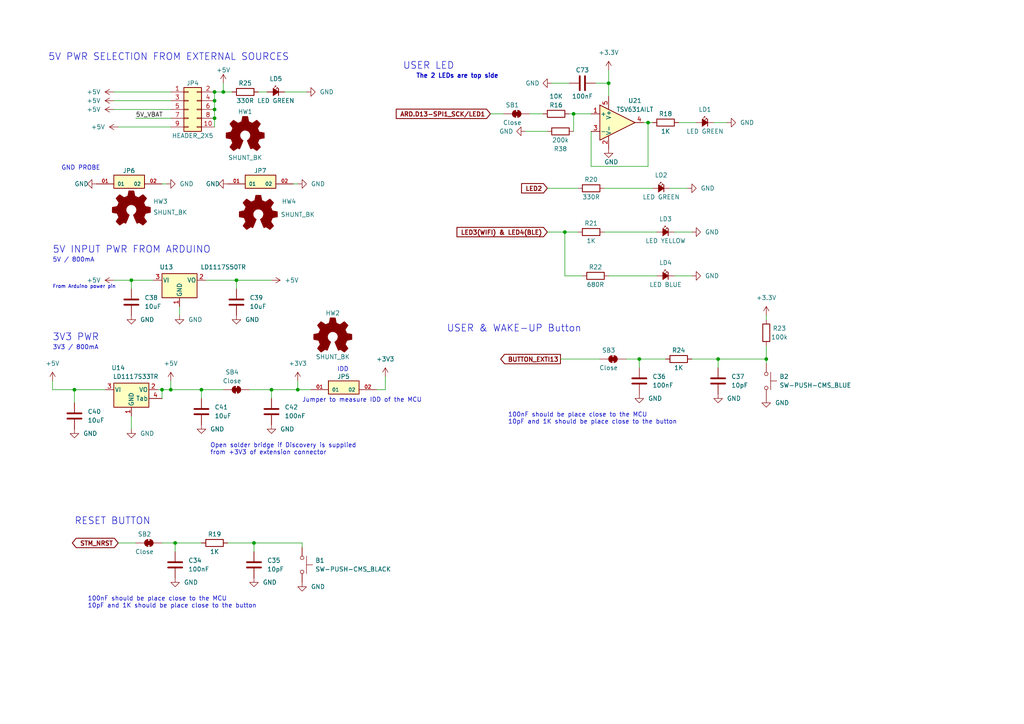
<source format=kicad_sch>
(kicad_sch (version 20211123) (generator eeschema)
  (paper "A4")
  (lib_symbols
    (symbol "+3V3_1" (power) (pin_names (offset 0))
      (property "Value" "+3V3_1" (at 0 5.08 0))
      (symbol "+3V3_1_0_1"
        (polyline (pts (xy -0.762 1.27) (xy 0 2.54)))
        (polyline (pts (xy 0 0) (xy 0 2.54)))
        (polyline (pts (xy 0 2.54) (xy 0.762 1.27)))
      )
      (symbol "+3V3_1_1_1"
        (pin power_in line (at 0 0 90) (length 0) hide (name "+3V3") (number "1"))
      )
    )
    (symbol "+5V_1" (power) (pin_names (offset 0))
      (property "Value" "+5V_1" (at -3.81 0.0001 90))
      (symbol "+5V_1_0_1"
        (polyline (pts (xy -0.762 1.27) (xy 0 2.54)))
        (polyline (pts (xy 0 0) (xy 0 2.54)))
        (polyline (pts (xy 0 2.54) (xy 0.762 1.27)))
      )
      (symbol "+5V_1_1_1"
        (pin power_in line (at 0 0 90) (length 0) hide (name "+5V") (number "1"))
      )
    )
    (symbol "+5V_2" (power) (pin_names (offset 0))
      (property "Value" "+5V_2" (at -3.81 0.0001 90))
      (symbol "+5V_2_0_1"
        (polyline (pts (xy -0.762 1.27) (xy 0 2.54)))
        (polyline (pts (xy 0 0) (xy 0 2.54)))
        (polyline (pts (xy 0 2.54) (xy 0.762 1.27)))
      )
      (symbol "+5V_2_1_1"
        (pin power_in line (at 0 0 90) (length 0) hide (name "+5V") (number "1"))
      )
    )
    (symbol "+5V_3" (power) (pin_names (offset 0))
      (property "Value" "+5V_3" (at -3.81 0.0001 90))
      (symbol "+5V_3_0_1"
        (polyline (pts (xy -0.762 1.27) (xy 0 2.54)))
        (polyline (pts (xy 0 0) (xy 0 2.54)))
        (polyline (pts (xy 0 2.54) (xy 0.762 1.27)))
      )
      (symbol "+5V_3_1_1"
        (pin power_in line (at 0 0 90) (length 0) hide (name "+5V") (number "1"))
      )
    )
    (symbol "+5V_4" (power) (pin_names (offset 0))
      (property "Value" "+5V_4" (at 0 3.556 0))
      (symbol "+5V_4_0_1"
        (polyline (pts (xy -0.762 1.27) (xy 0 2.54)))
        (polyline (pts (xy 0 0) (xy 0 2.54)))
        (polyline (pts (xy 0 2.54) (xy 0.762 1.27)))
      )
      (symbol "+5V_4_1_1"
        (pin power_in line (at 0 0 90) (length 0) hide (name "+5V") (number "1"))
      )
    )
    (symbol "+5V_5" (power) (pin_names (offset 0))
      (property "Value" "+5V_5" (at -3.81 0 90))
      (symbol "+5V_5_0_1"
        (polyline (pts (xy -0.762 1.27) (xy 0 2.54)))
        (polyline (pts (xy 0 0) (xy 0 2.54)))
        (polyline (pts (xy 0 2.54) (xy 0.762 1.27)))
      )
      (symbol "+5V_5_1_1"
        (pin power_in line (at 0 0 90) (length 0) hide (name "+5V") (number "1"))
      )
    )
    (symbol "+5V_6" (power) (pin_names (offset 0))
      (property "Value" "+5V_6" (at 0 3.556 0))
      (symbol "+5V_6_0_1"
        (polyline (pts (xy -0.762 1.27) (xy 0 2.54)))
        (polyline (pts (xy 0 0) (xy 0 2.54)))
        (polyline (pts (xy 0 2.54) (xy 0.762 1.27)))
      )
      (symbol "+5V_6_1_1"
        (pin power_in line (at 0 0 90) (length 0) hide (name "+5V") (number "1"))
      )
    )
    (symbol "+5V_7" (power) (pin_names (offset 0))
      (property "Value" "+5V_7" (at 0 5.08 0))
      (symbol "+5V_7_0_1"
        (polyline (pts (xy -0.762 1.27) (xy 0 2.54)))
        (polyline (pts (xy 0 0) (xy 0 2.54)))
        (polyline (pts (xy 0 2.54) (xy 0.762 1.27)))
      )
      (symbol "+5V_7_1_1"
        (pin power_in line (at 0 0 90) (length 0) hide (name "+5V") (number "1"))
      )
    )
    (symbol "Amplifier_Operational:LMV601" (pin_names (offset 0.127))
      (property "Reference" "U21" (at 11.43 4.699 0))
      (property "Value" "TSV631AILT" (at 12.7 2.54 0))
      (symbol "LMV601_0_1"
        (polyline (pts (xy -5.08 5.08) (xy 5.08 0) (xy -5.08 -5.08) (xy -5.08 5.08)) (stroke (width 0.254)) (fill (type background)))
      )
      (symbol "LMV601_1_1"
        (pin input line (at -7.62 2.54 0) (length 2.54) (name "+") (number "1"))
        (pin power_in line (at -2.54 -7.62 90) (length 3.81) (name "V-") (number "2"))
        (pin input line (at -7.62 -2.54 0) (length 2.54) (name "-") (number "3"))
        (pin output line (at 7.62 0 180) (length 2.54) (name "~") (number "4"))
        (pin power_in line (at -2.54 7.62 270) (length 3.81) (name "V+") (number "5"))
      )
    )
    (symbol "Connector_Generic:Conn_02x05_Odd_Even" (pin_names (offset 1.016) hide)
      (property "Reference" "J" (at 1.27 7.62 0))
      (property "Value" "Conn_02x05_Odd_Even" (at 1.27 -7.62 0))
      (symbol "Conn_02x05_Odd_Even_1_1"
        (rectangle (start -1.27 -4.953) (end 0 -5.207) (stroke (width 0.1524)))
        (rectangle (start -1.27 -2.413) (end 0 -2.667) (stroke (width 0.1524)))
        (rectangle (start -1.27 0.127) (end 0 -0.127) (stroke (width 0.1524)))
        (rectangle (start -1.27 2.667) (end 0 2.413) (stroke (width 0.1524)))
        (rectangle (start -1.27 5.207) (end 0 4.953) (stroke (width 0.1524)))
        (rectangle (start -1.27 6.35) (end 3.81 -6.35) (stroke (width 0.254)) (fill (type background)))
        (rectangle (start 3.81 -4.953) (end 2.54 -5.207) (stroke (width 0.1524)))
        (rectangle (start 3.81 -2.413) (end 2.54 -2.667) (stroke (width 0.1524)))
        (rectangle (start 3.81 0.127) (end 2.54 -0.127) (stroke (width 0.1524)))
        (rectangle (start 3.81 2.667) (end 2.54 2.413) (stroke (width 0.1524)))
        (rectangle (start 3.81 5.207) (end 2.54 4.953) (stroke (width 0.1524)))
        (pin passive line (at -5.08 5.08 0) (length 3.81) (name "Pin_1") (number "1"))
        (pin passive line (at 7.62 -5.08 180) (length 3.81) (name "Pin_10") (number "10"))
        (pin passive line (at 7.62 5.08 180) (length 3.81) (name "Pin_2") (number "2"))
        (pin passive line (at -5.08 2.54 0) (length 3.81) (name "Pin_3") (number "3"))
        (pin passive line (at 7.62 2.54 180) (length 3.81) (name "Pin_4") (number "4"))
        (pin passive line (at -5.08 0 0) (length 3.81) (name "Pin_5") (number "5"))
        (pin passive line (at 7.62 0 180) (length 3.81) (name "Pin_6") (number "6"))
        (pin passive line (at -5.08 -2.54 0) (length 3.81) (name "Pin_7") (number "7"))
        (pin passive line (at 7.62 -2.54 180) (length 3.81) (name "Pin_8") (number "8"))
        (pin passive line (at -5.08 -5.08 0) (length 3.81) (name "Pin_9") (number "9"))
      )
    )
    (symbol "Device:C" (pin_numbers hide) (pin_names (offset 0.254))
      (property "Reference" "C" (at 0.635 2.54 0))
      (property "Value" "C" (at 0.635 -2.54 0))
      (symbol "C_0_1"
        (polyline (pts (xy -2.032 -0.762) (xy 2.032 -0.762)) (stroke (width 0.508)))
        (polyline (pts (xy -2.032 0.762) (xy 2.032 0.762)) (stroke (width 0.508)))
      )
      (symbol "C_1_1"
        (pin passive line (at 0 3.81 270) (length 2.794) (name "~") (number "1"))
        (pin passive line (at 0 -3.81 90) (length 2.794) (name "~") (number "2"))
      )
    )
    (symbol "Device:LED_Small_Filled" (pin_numbers hide) (pin_names (offset 0.254) hide)
      (property "Reference" "D" (at -1.27 3.175 0))
      (property "Value" "LED_Small_Filled" (at -4.445 -2.54 0))
      (symbol "LED_Small_Filled_0_1"
        (polyline (pts (xy -0.762 -1.016) (xy -0.762 1.016)) (stroke (width 0.254)))
        (polyline (pts (xy 1.016 0) (xy -0.762 0)))
        (polyline (pts (xy 0.762 -1.016) (xy -0.762 0) (xy 0.762 1.016) (xy 0.762 -1.016)) (stroke (width 0.254)) (fill (type outline)))
        (polyline (pts (xy 0 0.762) (xy -0.508 1.27) (xy -0.254 1.27) (xy -0.508 1.27) (xy -0.508 1.016)))
        (polyline (pts (xy 0.508 1.27) (xy 0 1.778) (xy 0.254 1.778) (xy 0 1.778) (xy 0 1.524)))
      )
      (symbol "LED_Small_Filled_1_1"
        (pin passive line (at -2.54 0 0) (length 1.778) (name "K") (number "1"))
        (pin passive line (at 2.54 0 180) (length 1.778) (name "A") (number "2"))
      )
    )
    (symbol "Device:R" (pin_numbers hide) (pin_names (offset 0))
      (property "Reference" "R" (at 2.032 0 90))
      (property "Value" "R" (at 0 0 90))
      (symbol "R_0_1"
        (rectangle (start -1.016 -2.54) (end 1.016 2.54) (stroke (width 0.254)))
      )
      (symbol "R_1_1"
        (pin passive line (at 0 3.81 270) (length 1.27) (name "~") (number "1"))
        (pin passive line (at 0 -3.81 90) (length 1.27) (name "~") (number "2"))
      )
    )
    (symbol "Graphic:Logo_Open_Hardware_Small" (pin_names (offset 1.016))
      (symbol "Logo_Open_Hardware_Small_0_1"
        (polyline (pts (xy 3.3528 -4.3434) (xy 3.302 -4.318) (xy 3.175 -4.2418) (xy 2.9972 -4.1148) (xy 2.7686 -3.9624) (xy 2.54 -3.81) (xy 2.3622 -3.7084) (xy 2.2352 -3.6068) (xy 2.1844 -3.5814) (xy 2.159 -3.6068) (xy 2.0574 -3.6576) (xy 1.905 -3.7338) (xy 1.8034 -3.7846) (xy 1.6764 -3.8354) (xy 1.6002 -3.8354) (xy 1.6002 -3.8354) (xy 1.5494 -3.7338) (xy 1.4732 -3.5306) (xy 1.3462 -3.302) (xy 1.2446 -3.0226) (xy 1.1176 -2.7178) (xy 0.9652 -2.413) (xy 0.8636 -2.1082) (xy 0.7366 -1.8288) (xy 0.6604 -1.6256) (xy 0.6096 -1.4732) (xy 0.5842 -1.397) (xy 0.5842 -1.397) (xy 0.6604 -1.3208) (xy 0.7874 -1.2446) (xy 1.0414 -1.016) (xy 1.2954 -0.6858) (xy 1.4478 -0.3302) (xy 1.524 0.0762) (xy 1.4732 0.4572) (xy 1.3208 0.8128) (xy 1.0668 1.143) (xy 0.762 1.3716) (xy 0.4064 1.524) (xy 0 1.5748) (xy -0.381 1.5494) (xy -0.7366 1.397) (xy -1.0668 1.143) (xy -1.2192 0.9906) (xy -1.397 0.6604) (xy -1.524 0.3048) (xy -1.524 0.2286) (xy -1.4986 -0.1778) (xy -1.397 -0.5334) (xy -1.1938 -0.8636) (xy -0.9144 -1.143) (xy -0.8636 -1.1684) (xy -0.7366 -1.27) (xy -0.635 -1.3462) (xy -0.5842 -1.397) (xy -1.0668 -2.5908) (xy -1.143 -2.794) (xy -1.2954 -3.1242) (xy -1.397 -3.4036) (xy -1.4986 -3.6322) (xy -1.5748 -3.7846) (xy -1.6002 -3.8354) (xy -1.6002 -3.8354) (xy -1.651 -3.8354) (xy -1.7272 -3.81) (xy -1.905 -3.7338) (xy -2.0066 -3.683) (xy -2.1336 -3.6068) (xy -2.2098 -3.5814) (xy -2.2606 -3.6068) (xy -2.3622 -3.683) (xy -2.54 -3.81) (xy -2.7686 -3.9624) (xy -2.9718 -4.0894) (xy -3.1496 -4.2164) (xy -3.302 -4.318) (xy -3.3528 -4.3434) (xy -3.3782 -4.3434) (xy -3.429 -4.318) (xy -3.5306 -4.2164) (xy -3.7084 -4.064) (xy -3.937 -3.8354) (xy -3.9624 -3.81) (xy -4.1656 -3.6068) (xy -4.318 -3.4544) (xy -4.4196 -3.3274) (xy -4.445 -3.2766) (xy -4.445 -3.2766) (xy -4.4196 -3.2258) (xy -4.318 -3.0734) (xy -4.2164 -2.8956) (xy -4.064 -2.667) (xy -3.6576 -2.0828) (xy -3.8862 -1.5494) (xy -3.937 -1.3716) (xy -4.0386 -1.1684) (xy -4.0894 -1.0414) (xy -4.1148 -0.9652) (xy -4.191 -0.9398) (xy -4.318 -0.9144) (xy -4.5466 -0.8636) (xy -4.8006 -0.8128) (xy -5.0546 -0.7874) (xy -5.2578 -0.7366) (xy -5.4356 -0.7112) (xy -5.5118 -0.6858) (xy -5.5118 -0.6858) (xy -5.5372 -0.635) (xy -5.5372 -0.5588) (xy -5.5372 -0.4318) (xy -5.5626 -0.2286) (xy -5.5626 0.0762) (xy -5.5626 0.127) (xy -5.5372 0.4064) (xy -5.5372 0.635) (xy -5.5372 0.762) (xy -5.5372 0.8382) (xy -5.5372 0.8382) (xy -5.461 0.8382) (xy -5.3086 0.889) (xy -5.08 0.9144) (xy -4.826 0.9652) (xy -4.8006 0.9906) (xy -4.5466 1.0414) (xy -4.318 1.0668) (xy -4.1656 1.1176) (xy -4.0894 1.143) (xy -4.0894 1.143) (xy -4.0386 1.2446) (xy -3.9624 1.4224) (xy -3.8608 1.6256) (xy -3.7846 1.8288) (xy -3.7084 2.0066) (xy -3.6576 2.159) (xy -3.6322 2.2098) (xy -3.6322 2.2098) (xy -3.683 2.286) (xy -3.7592 2.413) (xy -3.8862 2.5908) (xy -4.064 2.8194) (xy -4.064 2.8448) (xy -4.2164 3.0734) (xy -4.3434 3.2512) (xy -4.4196 3.3782) (xy -4.445 3.4544) (xy -4.445 3.4544) (xy -4.3942 3.5052) (xy -4.2926 3.6322) (xy -4.1148 3.81) (xy -3.937 4.0132) (xy -3.8608 4.064) (xy -3.6576 4.2926) (xy -3.5052 4.4196) (xy -3.4036 4.4958) (xy -3.3528 4.5212) (xy -3.3528 4.5212) (xy -3.302 4.4704) (xy -3.1496 4.3688) (xy -2.9718 4.2418) (xy -2.7432 4.0894) (xy -2.7178 4.0894) (xy -2.4892 3.937) (xy -2.3114 3.81) (xy -2.1844 3.7084) (xy -2.1336 3.683) (xy -2.1082 3.683) (xy -2.032 3.7084) (xy -1.8542 3.7592) (xy -1.6764 3.8354) (xy -1.4732 3.937) (xy -1.27 4.0132) (xy -1.143 4.064) (xy -1.0668 4.1148) (xy -1.0668 4.1148) (xy -1.0414 4.191) (xy -1.016 4.3434) (xy -0.9652 4.572) (xy -0.9144 4.8514) (xy -0.889 4.9022) (xy -0.8382 5.1562) (xy -0.8128 5.3848) (xy -0.7874 5.5372) (xy -0.762 5.588) (xy -0.7112 5.6134) (xy -0.5842 5.6134) (xy -0.4064 5.6134) (xy -0.1524 5.6134) (xy 0.0762 5.6134) (xy 0.3302 5.6134) (xy 0.5334 5.6134) (xy 0.6858 5.588) (xy 0.7366 5.588) (xy 0.7366 5.588) (xy 0.762 5.5118) (xy 0.8128 5.334) (xy 0.8382 5.1054) (xy 0.9144 4.826) (xy 0.9144 4.7752) (xy 0.9652 4.5212) (xy 1.016 4.2926) (xy 1.0414 4.1402) (xy 1.0668 4.0894) (xy 1.0668 4.0894) (xy 1.1938 4.0386) (xy 1.3716 3.9624) (xy 1.5748 3.8608) (xy 2.0828 3.6576) (xy 2.7178 4.0894) (xy 2.7686 4.1402) (xy 2.9972 4.2926) (xy 3.175 4.4196) (xy 3.302 4.4958) (xy 3.3782 4.5212) (xy 3.3782 4.5212) (xy 3.429 4.4704) (xy 3.556 4.3434) (xy 3.7338 4.191) (xy 3.9116 3.9878) (xy 4.064 3.8354) (xy 4.2418 3.6576) (xy 4.3434 3.556) (xy 4.4196 3.4798) (xy 4.4196 3.429) (xy 4.4196 3.4036) (xy 4.3942 3.3274) (xy 4.2926 3.2004) (xy 4.1656 2.9972) (xy 4.0132 2.794) (xy 3.8862 2.5908) (xy 3.7592 2.3876) (xy 3.6576 2.2352) (xy 3.6322 2.159) (xy 3.6322 2.1336) (xy 3.683 2.0066) (xy 3.7592 1.8288) (xy 3.8608 1.6002) (xy 4.064 1.1176) (xy 4.3942 1.0414) (xy 4.5974 1.016) (xy 4.8768 0.9652) (xy 5.1308 0.9144) (xy 5.5372 0.8382) (xy 5.5626 -0.6604) (xy 5.4864 -0.6858) (xy 5.4356 -0.6858) (xy 5.2832 -0.7366) (xy 5.0546 -0.762) (xy 4.8006 -0.8128) (xy 4.5974 -0.8636) (xy 4.3688 -0.9144) (xy 4.2164 -0.9398) (xy 4.1402 -0.9398) (xy 4.1148 -0.9652) (xy 4.064 -1.0668) (xy 3.9878 -1.2446) (xy 3.9116 -1.4478) (xy 3.81 -1.651) (xy 3.7338 -1.8542) (xy 3.683 -2.0066) (xy 3.6576 -2.0828) (xy 3.683 -2.1336) (xy 3.7846 -2.2606) (xy 3.8862 -2.4638) (xy 4.0386 -2.667) (xy 4.191 -2.8956) (xy 4.318 -3.0734) (xy 4.3942 -3.2004) (xy 4.445 -3.2766) (xy 4.4196 -3.3274) (xy 4.3434 -3.429) (xy 4.1656 -3.5814) (xy 3.937 -3.8354) (xy 3.8862 -3.8608) (xy 3.683 -4.064) (xy 3.5306 -4.2164) (xy 3.4036 -4.318) (xy 3.3528 -4.3434)) (fill (type outline)))
      )
    )
    (symbol "Jumper:SolderJumper_2_Bridged" (pin_names (offset 0) hide)
      (property "Reference" "JP?" (at 0 6.35 0))
      (property "Value" "SolderJumper_2_Bridged" (at 0 3.81 0))
      (symbol "SolderJumper_2_Bridged_0_1"
        (rectangle (start -0.508 0.508) (end 0.508 -0.508) (fill (type outline)))
        (arc (start -0.254 1.016) (mid -1.27 0) (end -0.254 -1.016))
        (arc (start -0.254 1.016) (mid -1.27 0) (end -0.254 -1.016) (fill (type outline)))
        (polyline (pts (xy -0.254 1.016) (xy -0.254 -1.016)))
        (polyline (pts (xy 0.254 1.016) (xy 0.254 -1.016)))
        (arc (start 0.254 -1.016) (mid 1.27 0) (end 0.254 1.016))
        (arc (start 0.254 -1.016) (mid 1.27 0) (end 0.254 1.016) (fill (type outline)))
      )
      (symbol "SolderJumper_2_Bridged_1_1"
        (pin passive line (at -3.81 0 0) (length 2.54) (name "A") (number ""))
        (pin passive line (at 3.81 0 180) (length 2.54) (name "B") (number ""))
      )
    )
    (symbol "Regulator_Linear:LD1117S33TR_SOT223" (pin_names (offset 0.254))
      (property "Reference" "U14" (at -3.81 6.35 0))
      (property "Value" "LD1117S33TR" (at 0 3.81 0))
      (symbol "LD1117S33TR_SOT223_0_1"
        (rectangle (start -5.08 -5.08) (end 5.08 1.905) (stroke (width 0.254)) (fill (type background)))
      )
      (symbol "LD1117S33TR_SOT223_1_1"
        (pin power_in line (at 0 -7.62 90) (length 2.54) (name "GND") (number "1"))
        (pin power_out line (at 7.62 0 180) (length 2.54) (name "VO") (number "2"))
        (pin power_in line (at -7.62 0 0) (length 2.54) (name "VI") (number "3"))
        (pin passive line (at 8.89 -2.54 180) (length 3.81) (name "Tab") (number "4"))
      )
    )
    (symbol "Regulator_Linear:LD1117S50TR_SOT223" (pin_names (offset 0.254))
      (property "Reference" "U" (at -3.81 3.175 0))
      (property "Value" "LD1117S50TR_SOT223" (at 0 3.175 0))
      (symbol "LD1117S50TR_SOT223_0_1"
        (rectangle (start -5.08 -5.08) (end 5.08 1.905) (stroke (width 0.254)) (fill (type background)))
      )
      (symbol "LD1117S50TR_SOT223_1_1"
        (pin power_in line (at 0 -7.62 90) (length 2.54) (name "GND") (number "1"))
        (pin power_out line (at 7.62 0 180) (length 2.54) (name "VO") (number "2"))
        (pin power_in line (at -7.62 0 0) (length 2.54) (name "VI") (number "3"))
      )
    )
    (symbol "Switch:SW_Push" (pin_numbers hide) (pin_names (offset 1.016) hide)
      (property "Reference" "SW" (at 1.27 2.54 0))
      (property "Value" "SW_Push" (at 0 -1.524 0))
      (symbol "SW_Push_0_1"
        (circle (center -2.032 0) (radius 0.508))
        (polyline (pts (xy 0 1.27) (xy 0 3.048)))
        (polyline (pts (xy 2.54 1.27) (xy -2.54 1.27)))
        (circle (center 2.032 0) (radius 0.508))
        (pin passive line (at -5.08 0 0) (length 2.54) (name "1") (number "1"))
        (pin passive line (at 5.08 0 180) (length 2.54) (name "2") (number "2"))
      )
    )
    (symbol "TSW-102-07-G-S:TSW-102-07-G-S" (pin_names (offset 1.016))
      (property "Reference" "JP6" (at -1.27 6.35 0))
      (symbol "TSW-102-07-G-S_0_0"
        (rectangle (start -5.08 3.81) (end 3.81 0) (stroke (width 0.254)) (fill (type background)))
        (pin passive line (at -10.16 1.27 0) (length 5.08) (name "01") (number "01"))
        (pin passive line (at 8.89 1.27 180) (length 5.08) (name "02") (number "02"))
      )
    )
    (symbol "power:+3.3V" (power) (pin_names (offset 0))
      (property "Value" "+3.3V" (at 0 3.556 0))
      (symbol "+3.3V_0_1"
        (polyline (pts (xy -0.762 1.27) (xy 0 2.54)))
        (polyline (pts (xy 0 0) (xy 0 2.54)))
        (polyline (pts (xy 0 2.54) (xy 0.762 1.27)))
      )
      (symbol "+3.3V_1_1"
        (pin power_in line (at 0 0 90) (length 0) hide (name "+3.3V") (number "1"))
      )
    )
    (symbol "power:+3V3" (power) (pin_names (offset 0))
      (property "Value" "+3V3" (at 0 3.556 0))
      (symbol "+3V3_0_1"
        (polyline (pts (xy -0.762 1.27) (xy 0 2.54)))
        (polyline (pts (xy 0 0) (xy 0 2.54)))
        (polyline (pts (xy 0 2.54) (xy 0.762 1.27)))
      )
      (symbol "+3V3_1_1"
        (pin power_in line (at 0 0 90) (length 0) hide (name "+3V3") (number "1"))
      )
    )
    (symbol "power:+5V" (power) (pin_names (offset 0))
      (property "Value" "5V_USB_CHARGER" (at -3.81 0.0001 90))
      (symbol "+5V_0_1"
        (polyline (pts (xy -0.762 1.27) (xy 0 2.54)))
        (polyline (pts (xy 0 0) (xy 0 2.54)))
        (polyline (pts (xy 0 2.54) (xy 0.762 1.27)))
      )
      (symbol "+5V_1_1"
        (pin power_in line (at 0 0 90) (length 0) hide (name "+5V") (number "1"))
      )
    )
    (symbol "power:GND" (power) (pin_names (offset 0))
      (property "Value" "GND" (at 0 -3.81 0))
      (symbol "GND_0_1"
        (polyline (pts (xy 0 0) (xy 0 -1.27) (xy 1.27 -1.27) (xy 0 -2.54) (xy -1.27 -1.27) (xy 0 -1.27)))
      )
      (symbol "GND_1_1"
        (pin power_in line (at 0 0 270) (length 0) hide (name "GND") (number "1"))
      )
    )
  )
  (junction (at 185.42 104.14))
  (junction (at 62.23 26.67))
  (junction (at 46.99 113.03))
  (junction (at 176.53 24.13))
  (junction (at 163.83 67.31))
  (junction (at 21.59 113.03))
  (junction (at 208.28 104.14))
  (junction (at 222.25 104.14))
  (junction (at 187.96 35.56))
  (junction (at 62.23 34.29))
  (junction (at 62.23 31.75))
  (junction (at 50.8 157.48))
  (junction (at 73.66 157.48))
  (junction (at 166.37 33.02))
  (junction (at 78.74 113.03))
  (junction (at 38.1 81.28))
  (junction (at 62.23 29.21))
  (junction (at 68.58 81.28))
  (junction (at 58.42 113.03))
  (junction (at 86.36 113.03))
  (junction (at 64.77 26.67))
  (junction (at 49.53 113.03))
  (wire (pts (xy 200.66 80.01) (xy 195.58 80.01)))
  (wire (pts (xy 166.37 33.02) (xy 166.37 38.1)))
  (wire (pts (xy 38.1 81.28) (xy 38.1 83.82)))
  (wire (pts (xy 168.91 80.01) (xy 163.83 80.01)))
  (wire (pts (xy 68.58 81.28) (xy 78.74 81.28)))
  (wire (pts (xy 62.23 26.67) (xy 64.77 26.67)))
  (wire (pts (xy 66.04 157.48) (xy 73.66 157.48)))
  (wire (pts (xy 64.77 24.13) (xy 64.77 26.67)))
  (wire (pts (xy 163.83 67.31) (xy 167.64 67.31)))
  (wire (pts (xy 39.37 34.29) (xy 49.53 34.29)))
  (wire (pts (xy 158.75 67.31) (xy 163.83 67.31)))
  (wire (pts (xy 58.42 115.57) (xy 58.42 113.03)))
  (wire (pts (xy 176.53 20.32) (xy 176.53 24.13)))
  (wire (pts (xy 86.36 113.03) (xy 90.17 113.03)))
  (wire (pts (xy 45.72 113.03) (xy 46.99 113.03)))
  (wire (pts (xy 62.23 34.29) (xy 62.23 36.83)))
  (wire (pts (xy 87.63 158.75) (xy 87.63 157.48)))
  (wire (pts (xy 200.66 104.14) (xy 208.28 104.14)))
  (wire (pts (xy 46.99 53.34) (xy 48.26 53.34)))
  (wire (pts (xy 162.56 104.14) (xy 173.99 104.14)))
  (wire (pts (xy 77.47 26.67) (xy 74.93 26.67)))
  (wire (pts (xy 62.23 31.75) (xy 62.23 34.29)))
  (wire (pts (xy 152.4 38.1) (xy 158.75 38.1)))
  (wire (pts (xy 85.09 53.34) (xy 86.36 53.34)))
  (wire (pts (xy 175.26 67.31) (xy 190.5 67.31)))
  (wire (pts (xy 171.45 48.26) (xy 187.96 48.26)))
  (wire (pts (xy 38.1 124.46) (xy 38.1 120.65)))
  (wire (pts (xy 153.67 33.02) (xy 157.48 33.02)))
  (wire (pts (xy 175.26 54.61) (xy 189.23 54.61)))
  (wire (pts (xy 187.96 35.56) (xy 187.96 48.26)))
  (wire (pts (xy 68.58 81.28) (xy 68.58 83.82)))
  (wire (pts (xy 222.25 100.33) (xy 222.25 104.14)))
  (wire (pts (xy 49.53 110.49) (xy 49.53 113.03)))
  (wire (pts (xy 38.1 81.28) (xy 44.45 81.28)))
  (wire (pts (xy 181.61 104.14) (xy 185.42 104.14)))
  (wire (pts (xy 166.37 33.02) (xy 171.45 33.02)))
  (wire (pts (xy 200.66 67.31) (xy 195.58 67.31)))
  (wire (pts (xy 33.02 29.21) (xy 49.53 29.21)))
  (wire (pts (xy 187.96 35.56) (xy 189.23 35.56)))
  (wire (pts (xy 46.99 157.48) (xy 50.8 157.48)))
  (wire (pts (xy 185.42 104.14) (xy 185.42 106.68)))
  (wire (pts (xy 176.53 80.01) (xy 190.5 80.01)))
  (wire (pts (xy 33.02 81.28) (xy 38.1 81.28)))
  (wire (pts (xy 186.69 35.56) (xy 187.96 35.56)))
  (wire (pts (xy 208.28 104.14) (xy 222.25 104.14)))
  (wire (pts (xy 142.24 33.02) (xy 146.05 33.02)))
  (wire (pts (xy 163.83 67.31) (xy 163.83 80.01)))
  (wire (pts (xy 222.25 105.41) (xy 222.25 104.14)))
  (wire (pts (xy 62.23 29.21) (xy 62.23 31.75)))
  (wire (pts (xy 199.39 54.61) (xy 194.31 54.61)))
  (wire (pts (xy 46.99 113.03) (xy 49.53 113.03)))
  (wire (pts (xy 59.69 81.28) (xy 68.58 81.28)))
  (wire (pts (xy 158.75 54.61) (xy 167.64 54.61)))
  (wire (pts (xy 64.77 26.67) (xy 67.31 26.67)))
  (wire (pts (xy 165.1 24.13) (xy 160.02 24.13)))
  (wire (pts (xy 185.42 104.14) (xy 193.04 104.14)))
  (wire (pts (xy 34.29 36.83) (xy 49.53 36.83)))
  (wire (pts (xy 78.74 113.03) (xy 86.36 113.03)))
  (wire (pts (xy 52.07 91.44) (xy 52.07 88.9)))
  (wire (pts (xy 73.66 157.48) (xy 87.63 157.48)))
  (wire (pts (xy 50.8 157.48) (xy 50.8 160.02)))
  (wire (pts (xy 21.59 113.03) (xy 15.24 113.03)))
  (wire (pts (xy 34.29 157.48) (xy 39.37 157.48)))
  (wire (pts (xy 86.36 110.49) (xy 86.36 113.03)))
  (wire (pts (xy 78.74 113.03) (xy 78.74 115.57)))
  (wire (pts (xy 73.66 160.02) (xy 73.66 157.48)))
  (wire (pts (xy 165.1 33.02) (xy 166.37 33.02)))
  (wire (pts (xy 58.42 113.03) (xy 64.77 113.03)))
  (wire (pts (xy 222.25 91.44) (xy 222.25 92.71)))
  (wire (pts (xy 33.02 26.67) (xy 49.53 26.67)))
  (wire (pts (xy 210.82 35.56) (xy 207.01 35.56)))
  (wire (pts (xy 62.23 26.67) (xy 62.23 29.21)))
  (wire (pts (xy 172.72 24.13) (xy 176.53 24.13)))
  (wire (pts (xy 33.02 31.75) (xy 49.53 31.75)))
  (wire (pts (xy 196.85 35.56) (xy 201.93 35.56)))
  (wire (pts (xy 109.22 113.03) (xy 111.76 113.03)))
  (wire (pts (xy 50.8 157.48) (xy 58.42 157.48)))
  (wire (pts (xy 171.45 38.1) (xy 171.45 48.26)))
  (wire (pts (xy 72.39 113.03) (xy 78.74 113.03)))
  (wire (pts (xy 111.76 109.22) (xy 111.76 113.03)))
  (wire (pts (xy 208.28 106.68) (xy 208.28 104.14)))
  (wire (pts (xy 21.59 113.03) (xy 21.59 116.84)))
  (wire (pts (xy 30.48 113.03) (xy 21.59 113.03)))
  (wire (pts (xy 46.99 113.03) (xy 46.99 115.57)))
  (wire (pts (xy 15.24 110.49) (xy 15.24 113.03)))
  (wire (pts (xy 88.9 26.67) (xy 82.55 26.67)))
  (wire (pts (xy 49.53 113.03) (xy 58.42 113.03)))
  (wire (pts (xy 176.53 24.13) (xy 176.53 27.94)))
  (text "3V3 / 800mA" (at 15.24 101.6 0) (effects (font (size 1.27 1.27)) (justify left bottom)))
  (text "RESET BUTTON" (at 21.59 152.4 0) (effects (font (size 2 2)) (justify left bottom)))
  (text "IDD\n" (at 97.79 107.95 0) (effects (font (size 1.27 1.27)) (justify left bottom)))
  (text "USER & WAKE-UP Button" (at 129.54 96.52 0) (effects (font (size 2 2)) (justify left bottom)))
  (text "Open solder bridge if Discovery is supplied\nfrom +3V3 of extension connector" (at 60.96 132.08 0) (effects (font (size 1.27 1.27)) (justify left bottom)))
  (text "GND PROBE\n" (at 17.78 49.53 0) (effects (font (size 1.27 1.27)) (justify left bottom)))
  (text "USER LED\n" (at 116.84 20.32 0) (effects (font (size 2 2)) (justify left bottom)))
  (text "5V / 800mA" (at 15.24 76.2 0) (effects (font (size 1.27 1.27)) (justify left bottom)))
  (text "3V3 PWR\n" (at 15.24 99.06 0) (effects (font (size 2 2)) (justify left bottom)))
  (text "Jumper to measure IDD of the MCU" (at 87.63 116.84 0) (effects (font (size 1.27 1.27)) (justify left bottom)))
  (text "From Arduino power pin" (at 15.24 83.82 0) (effects (font (size 1 1)) (justify left bottom)))
  (text "5V INPUT PWR FROM ARDUINO\n" (at 15.24 73.66 0) (effects (font (size 2 2)) (justify left bottom)))
  (text "The 2 LEDs are top side" (at 120.65 22.86 0) (effects (font (size 1.27 1.27) (thickness 0.254) bold) (justify left bottom)))
  (text "5V PWR SELECTION FROM EXTERNAL SOURCES" (at 13.97 17.78 0) (effects (font (size 2 2)) (justify left bottom)))
  (text "100nF should be place close to the MCU\n10pF and 1K should be place close to the button" (at 147.32 123.19 0) (effects (font (size 1.27 1.27)) (justify left bottom)))
  (text "100nF should be place close to the MCU\n10pF and 1K should be place close to the button" (at 25.4 176.53 0) (effects (font (size 1.27 1.27)) (justify left bottom)))
  (label "5V_VBAT" (at 39.37 34.29 0))
  (global_label "STM_NRST" (shape bidirectional) (at 34.29 157.48 180) (effects (font (thickness 0.254) bold)) (property "Intersheet References" "${INTERSHEET_REFS}" (effects hide)))
  (global_label "BUTTON_EXTI13" (shape output) (at 162.56 104.14 180) (effects (font (thickness 0.254) bold)) (property "Intersheet References" "${INTERSHEET_REFS}" (effects hide)))
  (global_label "LED2" (shape input) (at 158.75 54.61 180) (effects (font (thickness 0.254) bold)) (property "Intersheet References" "${INTERSHEET_REFS}" (effects hide)))
  (global_label "ARD.D13-SPI1_SCK{slash}LED1" (shape input) (at 142.24 33.02 180) (effects (font (thickness 0.254) bold)) (property "Intersheet References" "${INTERSHEET_REFS}" (effects hide)))
  (global_label "LED3(WIFI) & LED4(BLE)" (shape input) (at 158.75 67.31 180) (effects (font (thickness 0.254) bold)) (property "Intersheet References" "${INTERSHEET_REFS}" (effects hide)))
  (symbol (lib_id "power:GND") (at 199.39 54.61 90) (unit 1)
    (property "Reference" "#PWR?" (effects hide))
    (property "Value" "GND" (at 203.2 54.6099 90) (effects (justify right)))
  )
  (symbol (lib_id "Device:C") (at 50.8 163.83 0) (unit 1)
    (property "Reference" "C34" (at 54.61 162.5599 0) (effects (justify left)))
    (property "Value" "100nF" (at 54.61 165.0999 0) (effects (justify left)))
    (property "Footprint" "Capacitor_SMD:C_0402_1005Metric" (effects hide))
    (property "Datasheet" "https://s3.amazonaws.com/snapeda/datasheet/C0402C222J3JACTU_KEMET.pdf" (effects hide))
  )
  (symbol (lib_name "+5V_7") (lib_id "power:+5V") (at 49.53 110.49 0) (unit 1)
    (property "Reference" "#PWR?" (effects hide))
    (property "Value" "LDO_3V3" (at 49.53 105.41 0))
  )
  (symbol (lib_id "Graphic:Logo_Open_Hardware_Small") (at 74.93 62.23 0) (unit 1)
    (property "Reference" "HW4" (at 83.82 58.42 0))
    (property "Value" "SHUNT_BK" (at 86.36 62.23 0))
    (property "Footprint" "SNT-100-BK-G:Samtec-SNT-100-BK-G-MFG" (effects hide))
    (property "Datasheet" "https://www.snapeda.com/parts/SNT-100-BK-G/Samtec/datasheet/" (effects hide))
  )
  (symbol (lib_id "Device:LED_Small_Filled") (at 193.04 67.31 0) (mirror y) (unit 1)
    (property "Reference" "LD3" (at 193.04 63.5 0))
    (property "Value" "LED YELLOW" (at 193.04 69.85 0))
    (property "Footprint" "LED_SMD:LED_0603_1608Metric" (effects hide))
    (property "Datasheet" "https://www.snapeda.com/parts/SML-D12FWT86/Rohm/datasheet/" (effects hide))
  )
  (symbol (lib_id "Device:R") (at 222.25 96.52 180) (unit 1)
    (property "Reference" "R23" (at 226.06 95.25 0))
    (property "Value" "100k" (at 226.06 97.79 0))
    (property "Footprint" "Resistor_SMD:R_0402_1005Metric" (effects hide))
    (property "Datasheet" "https://www.snapeda.com/parts/ERA-2HEC7321P/Panasonic/datasheet/" (effects hide))
  )
  (symbol (lib_id "Jumper:SolderJumper_2_Bridged") (at 43.18 157.48 0) (unit 1)
    (property "Reference" "SB2" (at 41.91 154.94 0))
    (property "Value" "Close" (at 41.91 160.02 0))
    (property "Footprint" "Jumper:SolderJumper-2_P1.3mm_Bridged2Bar_Pad1.0x1.5mm" (effects hide))
  )
  (symbol (lib_id "Device:R") (at 71.12 26.67 270) (unit 1)
    (property "Reference" "R25" (at 71.12 24.13 90))
    (property "Value" "330R" (at 71.12 29.21 90))
    (property "Footprint" "Resistor_SMD:R_0402_1005Metric" (effects hide))
    (property "Datasheet" "https://www.snapeda.com/parts/ERA-2HEC7321P/Panasonic/datasheet/" (effects hide))
  )
  (symbol (lib_id "power:GND") (at 160.02 24.13 270) (unit 1)
    (property "Reference" "#PWR?" (effects hide))
    (property "Value" "GND" (at 152.4 24.13 90) (effects (justify left)))
  )
  (symbol (lib_id "Device:C") (at 73.66 163.83 0) (unit 1)
    (property "Reference" "C35" (at 77.47 162.5599 0) (effects (justify left)))
    (property "Value" "10pF" (at 77.47 165.0999 0) (effects (justify left)))
    (property "Footprint" "Capacitor_SMD:C_0402_1005Metric" (effects hide))
    (property "Datasheet" "https://s3.amazonaws.com/snapeda/datasheet/C0402C222J3JACTU_KEMET.pdf" (effects hide))
  )
  (symbol (lib_name "+5V_5") (lib_id "power:+5V") (at 33.02 81.28 90) (unit 1)
    (property "Reference" "#PWR?" (effects hide))
    (property "Value" "VIN" (at 29.21 81.28 90) (effects (justify left)))
  )
  (symbol (lib_id "power:GND") (at 52.07 91.44 0) (unit 1)
    (property "Reference" "#PWR?" (effects hide))
    (property "Value" "GND" (at 54.61 92.7099 0) (effects (justify left)))
  )
  (symbol (lib_id "Device:C") (at 208.28 110.49 0) (unit 1)
    (property "Reference" "C37" (at 212.09 109.2199 0) (effects (justify left)))
    (property "Value" "10pF" (at 212.09 111.7599 0) (effects (justify left)))
    (property "Footprint" "Capacitor_SMD:C_0402_1005Metric" (effects hide))
    (property "Datasheet" "https://s3.amazonaws.com/snapeda/datasheet/C0402C222J3JACTU_KEMET.pdf" (effects hide))
  )
  (symbol (lib_id "power:GND") (at 48.26 53.34 90) (unit 1)
    (property "Reference" "#PWR?" (effects hide))
    (property "Value" "GND" (at 52.07 53.3399 90) (effects (justify right)))
  )
  (symbol (lib_id "power:GND") (at 200.66 67.31 90) (unit 1)
    (property "Reference" "#PWR?" (effects hide))
    (property "Value" "GND" (at 204.47 67.3099 90) (effects (justify right)))
  )
  (symbol (lib_id "Device:LED_Small_Filled") (at 193.04 80.01 0) (mirror y) (unit 1)
    (property "Reference" "LD4" (at 193.04 76.2 0))
    (property "Value" "LED BLUE" (at 193.04 82.55 0))
    (property "Footprint" "LED_SMD:LED_0603_1608Metric" (effects hide))
    (property "Datasheet" "https://www.snapeda.com/parts/SML-D12FWT86/Rohm/datasheet/" (effects hide))
  )
  (symbol (lib_id "Switch:SW_Push") (at 87.63 163.83 270) (unit 1)
    (property "Reference" "B1" (at 91.44 162.5599 90) (effects (justify left)))
    (property "Value" "SW-PUSH-CMS_BLACK" (at 91.44 165.0999 90) (effects (justify left)))
    (property "Footprint" "Button_Switch_SMD:SW_Push_1P1T-MP_NO_Horizontal_Alps_SKRTLAE010" (effects hide))
  )
  (symbol (lib_id "TSW-102-07-G-S:TSW-102-07-G-S") (at 38.1 54.61 0) (unit 1)
    (property "Reference" "JP6" (at 35.56 49.53 0) (effects (justify left)))
    (property "Value" "TSW-102-07-G-S" (effects hide))
    (property "Footprint" "TSW-102-07-G-S:SAMTEC_TSW-102-07-G-S" (effects hide))
    (property "Datasheet" "https://www.snapeda.com/parts/TSW-102-07-G-S/Samtec/datasheet/" (effects hide))
    (property "MANUFACTURER" "Samtec" (effects hide))
    (property "STANDARD" "Manufacturer Recommendations" (effects hide))
    (property "PARTREV" "R" (effects hide))
  )
  (symbol (lib_id "power:GND") (at 38.1 91.44 0) (unit 1)
    (property "Reference" "#PWR?" (effects hide))
    (property "Value" "GND" (at 40.64 92.7099 0) (effects (justify left)))
  )
  (symbol (lib_id "Device:LED_Small_Filled") (at 80.01 26.67 0) (mirror y) (unit 1)
    (property "Reference" "LD5" (at 80.01 22.86 0))
    (property "Value" "LED GREEN" (at 80.01 29.21 0))
    (property "Footprint" "LED_SMD:LED_0603_1608Metric" (effects hide))
    (property "Datasheet" "https://www.snapeda.com/parts/SML-D12FWT86/Rohm/datasheet/" (effects hide))
  )
  (symbol (lib_id "power:+3.3V") (at 222.25 91.44 0) (unit 1)
    (property "Reference" "#PWR?" (effects hide))
    (property "Value" "+3.3V" (at 222.25 86.36 0))
  )
  (symbol (lib_id "power:GND") (at 78.74 123.19 0) (unit 1)
    (property "Reference" "#PWR?" (effects hide))
    (property "Value" "GND" (at 81.28 124.4599 0) (effects (justify left)))
  )
  (symbol (lib_id "Device:C") (at 185.42 110.49 0) (unit 1)
    (property "Reference" "C36" (at 189.23 109.2199 0) (effects (justify left)))
    (property "Value" "100nF" (at 189.23 111.7599 0) (effects (justify left)))
    (property "Footprint" "Capacitor_SMD:C_0402_1005Metric" (effects hide))
    (property "Datasheet" "https://s3.amazonaws.com/snapeda/datasheet/C0402C222J3JACTU_KEMET.pdf" (effects hide))
  )
  (symbol (lib_id "Device:R") (at 172.72 80.01 270) (unit 1)
    (property "Reference" "R22" (at 172.72 77.47 90))
    (property "Value" "680R" (at 172.72 82.55 90))
    (property "Footprint" "Resistor_SMD:R_0402_1005Metric" (effects hide))
    (property "Datasheet" "https://www.snapeda.com/parts/ERA-2HEC7321P/Panasonic/datasheet/" (effects hide))
  )
  (symbol (lib_id "Device:C") (at 78.74 119.38 0) (unit 1)
    (property "Reference" "C42" (at 82.55 118.1099 0) (effects (justify left)))
    (property "Value" "100nF" (at 82.55 120.6499 0) (effects (justify left)))
    (property "Footprint" "Capacitor_SMD:C_0402_1005Metric" (effects hide))
    (property "Datasheet" "https://s3.amazonaws.com/snapeda/datasheet/C0402C222J3JACTU_KEMET.pdf" (effects hide))
  )
  (symbol (lib_name "+3V3_1") (lib_id "power:+3V3") (at 111.76 109.22 0) (unit 1)
    (property "Reference" "#PWR?" (effects hide))
    (property "Value" "VDD_MCU" (at 111.76 104.14 0))
  )
  (symbol (lib_id "Device:R") (at 193.04 35.56 270) (unit 1)
    (property "Reference" "R18" (at 193.04 33.02 90))
    (property "Value" "1K" (at 193.04 38.1 90))
    (property "Footprint" "Resistor_SMD:R_0402_1005Metric" (effects hide))
    (property "Datasheet" "https://www.snapeda.com/parts/ERA-2HEC7321P/Panasonic/datasheet/" (effects hide))
  )
  (symbol (lib_id "Device:LED_Small_Filled") (at 204.47 35.56 0) (mirror y) (unit 1)
    (property "Reference" "LD1" (at 204.47 31.75 0))
    (property "Value" "LED GREEN" (at 204.47 38.1 0))
    (property "Footprint" "LED_SMD:LED_0603_1608Metric" (effects hide))
    (property "Datasheet" "https://www.snapeda.com/parts/SML-D12FWT86/Rohm/datasheet/" (effects hide))
  )
  (symbol (lib_id "power:GND") (at 152.4 38.1 270) (unit 1)
    (property "Reference" "#PWR?" (effects hide))
    (property "Value" "GND" (at 144.78 38.1 90) (effects (justify left)))
  )
  (symbol (lib_id "TSW-102-07-G-S:TSW-102-07-G-S") (at 76.2 54.61 0) (unit 1)
    (property "Reference" "JP7" (at 73.66 49.53 0) (effects (justify left)))
    (property "Value" "TSW-102-07-G-S" (effects hide))
    (property "Footprint" "TSW-102-07-G-S:SAMTEC_TSW-102-07-G-S" (effects hide))
    (property "Datasheet" "https://www.snapeda.com/parts/TSW-102-07-G-S/Samtec/datasheet/" (effects hide))
    (property "MANUFACTURER" "Samtec" (effects hide))
    (property "STANDARD" "Manufacturer Recommendations" (effects hide))
    (property "PARTREV" "R" (effects hide))
  )
  (symbol (lib_id "Connector_Generic:Conn_02x05_Odd_Even") (at 54.61 31.75 0) (unit 1)
    (property "Reference" "JP4" (at 55.88 24.13 0))
    (property "Value" "HEADER_2X5" (at 55.88 39.37 0))
    (property "Footprint" "Connector_PinHeader_2.54mm:PinHeader_2x05_P2.54mm_Horizontal" (effects hide))
  )
  (symbol (lib_id "Device:C") (at 68.58 87.63 0) (unit 1)
    (property "Reference" "C39" (at 72.39 86.3599 0) (effects (justify left)))
    (property "Value" "10uF" (at 72.39 88.8999 0) (effects (justify left)))
    (property "Footprint" "Capacitor_SMD:C_0603_1608Metric" (effects hide))
    (property "Datasheet" "https://www.snapeda.com/parts/C0603C222K4RACTU/KEMET/datasheet/" (effects hide))
  )
  (symbol (lib_id "Jumper:SolderJumper_2_Bridged") (at 177.8 104.14 0) (unit 1)
    (property "Reference" "SB3" (at 176.53 101.6 0))
    (property "Value" "Close" (at 176.53 106.68 0))
    (property "Footprint" "Jumper:SolderJumper-2_P1.3mm_Bridged2Bar_Pad1.0x1.5mm" (effects hide))
  )
  (symbol (lib_id "power:GND") (at 50.8 167.64 0) (unit 1)
    (property "Reference" "#PWR?" (effects hide))
    (property "Value" "GND" (at 53.34 168.9099 0) (effects (justify left)))
  )
  (symbol (lib_id "Regulator_Linear:LD1117S33TR_SOT223") (at 38.1 113.03 0) (unit 1)
    (property "Reference" "U14" (at 34.29 106.68 0))
    (property "Value" "LD1117S33TR" (at 39.37 109.22 0))
    (property "Footprint" "Package_TO_SOT_SMD:SOT-223-3_TabPin2" (effects hide))
    (property "Datasheet" "http://www.st.com/st-web-ui/static/active/en/resource/technical/document/datasheet/CD00000544.pdf" (effects hide))
  )
  (symbol (lib_id "power:GND") (at 68.58 91.44 0) (unit 1)
    (property "Reference" "#PWR?" (effects hide))
    (property "Value" "GND" (at 71.12 92.7099 0) (effects (justify left)))
  )
  (symbol (lib_id "Regulator_Linear:LD1117S50TR_SOT223") (at 52.07 81.28 0) (unit 1)
    (property "Reference" "U13" (at 48.26 77.47 0))
    (property "Value" "LD1117S50TR" (at 64.77 77.47 0))
    (property "Footprint" "Package_TO_SOT_SMD:SOT-223-3_TabPin2" (effects hide))
    (property "Datasheet" "http://www.st.com/st-web-ui/static/active/en/resource/technical/document/datasheet/CD00000544.pdf" (effects hide))
  )
  (symbol (lib_name "+5V_1") (lib_id "power:+5V") (at 33.02 26.67 90) (unit 1)
    (property "Reference" "#PWR?" (effects hide))
    (property "Value" "5V_ST_LINK" (at 29.21 26.67 90) (effects (justify left)))
  )
  (symbol (lib_name "+5V_2") (lib_id "power:+5V") (at 33.02 29.21 90) (unit 1)
    (property "Reference" "#PWR?" (effects hide))
    (property "Value" "5V_ARD" (at 29.21 29.21 90) (effects (justify left)))
  )
  (symbol (lib_id "Device:R") (at 162.56 38.1 270) (unit 1)
    (property "Reference" "R38" (at 162.56 43.18 90))
    (property "Value" "200k" (at 162.56 40.64 90))
    (property "Footprint" "Resistor_SMD:R_0402_1005Metric" (effects hide))
    (property "Datasheet" "https://www.snapeda.com/parts/ERA-2HEC7321P/Panasonic/datasheet/" (effects hide))
  )
  (symbol (lib_id "power:+5V") (at 34.29 36.83 90) (unit 1)
    (property "Reference" "#PWR?" (effects hide))
    (property "Value" "5V_USB_CHARGER" (at 30.48 36.83 90) (effects (justify left)))
  )
  (symbol (lib_id "Device:C") (at 58.42 119.38 0) (unit 1)
    (property "Reference" "C41" (at 62.23 118.1099 0) (effects (justify left)))
    (property "Value" "10uF" (at 62.23 120.6499 0) (effects (justify left)))
    (property "Footprint" "Capacitor_SMD:C_0603_1608Metric" (effects hide))
    (property "Datasheet" "https://www.snapeda.com/parts/C0603C222K4RACTU/KEMET/datasheet/" (effects hide))
  )
  (symbol (lib_id "power:GND") (at 21.59 124.46 0) (unit 1)
    (property "Reference" "#PWR?" (effects hide))
    (property "Value" "GND" (at 24.13 125.7299 0) (effects (justify left)))
  )
  (symbol (lib_id "power:GND") (at 66.04 53.34 270) (mirror x) (unit 1)
    (property "Reference" "#PWR?" (effects hide))
    (property "Value" "GND" (at 59.69 53.34 90) (effects (justify left)))
  )
  (symbol (lib_id "power:GND") (at 87.63 168.91 0) (unit 1)
    (property "Reference" "#PWR?" (effects hide))
    (property "Value" "GND" (at 90.17 170.1799 0) (effects (justify left)))
  )
  (symbol (lib_id "Device:R") (at 171.45 54.61 270) (unit 1)
    (property "Reference" "R20" (at 171.45 52.07 90))
    (property "Value" "330R" (at 171.45 57.15 90))
    (property "Footprint" "Resistor_SMD:R_0402_1005Metric" (effects hide))
    (property "Datasheet" "https://www.snapeda.com/parts/ERA-2HEC7321P/Panasonic/datasheet/" (effects hide))
  )
  (symbol (lib_id "power:GND") (at 222.25 115.57 0) (unit 1)
    (property "Reference" "#PWR?" (effects hide))
    (property "Value" "GND" (at 224.79 116.8399 0) (effects (justify left)))
  )
  (symbol (lib_id "Graphic:Logo_Open_Hardware_Small") (at 96.52 97.79 0) (unit 1)
    (property "Reference" "HW2" (at 96.52 90.805 0))
    (property "Value" "SHUNT_BK" (at 96.52 103.505 0))
    (property "Footprint" "SNT-100-BK-G:Samtec-SNT-100-BK-G-MFG" (effects hide))
    (property "Datasheet" "https://www.snapeda.com/parts/SNT-100-BK-G/Samtec/datasheet/" (effects hide))
  )
  (symbol (lib_id "Device:C") (at 168.91 24.13 270) (unit 1)
    (property "Reference" "C73" (at 168.91 20.32 90))
    (property "Value" "100nF" (at 168.91 27.94 90))
    (property "Footprint" "Capacitor_SMD:C_0402_1005Metric" (effects hide))
    (property "Datasheet" "https://s3.amazonaws.com/snapeda/datasheet/C0402C222J3JACTU_KEMET.pdf" (effects hide))
  )
  (symbol (lib_id "power:GND") (at 88.9 26.67 90) (unit 1)
    (property "Reference" "#PWR?" (effects hide))
    (property "Value" "GND" (at 92.71 26.6699 90) (effects (justify right)))
  )
  (symbol (lib_id "Graphic:Logo_Open_Hardware_Small") (at 71.12 39.37 0) (unit 1)
    (property "Reference" "HW1" (at 71.12 32.385 0))
    (property "Value" "SHUNT_BK" (at 71.12 45.72 0))
    (property "Footprint" "SNT-100-BK-G:Samtec-SNT-100-BK-G-MFG" (effects hide))
    (property "Datasheet" "https://www.snapeda.com/parts/SNT-100-BK-G/Samtec/datasheet/" (effects hide))
  )
  (symbol (lib_id "TSW-102-07-G-S:TSW-102-07-G-S") (at 100.33 114.3 0) (unit 1)
    (property "Reference" "JP5" (at 97.79 109.22 0) (effects (justify left)))
    (property "Value" "TSW-102-07-G-S" (effects hide))
    (property "Footprint" "TSW-102-07-G-S:SAMTEC_TSW-102-07-G-S" (effects hide))
    (property "Datasheet" "https://www.snapeda.com/parts/TSW-102-07-G-S/Samtec/datasheet/" (effects hide))
    (property "MANUFACTURER" "Samtec" (effects hide))
    (property "STANDARD" "Manufacturer Recommendations" (effects hide))
    (property "PARTREV" "R" (effects hide))
  )
  (symbol (lib_id "Graphic:Logo_Open_Hardware_Small") (at 38.1 60.96 0) (unit 1)
    (property "Reference" "HW3" (at 44.45 58.42 0) (effects (justify left)))
    (property "Value" "SHUNT_BK" (at 44.45 61.5949 0) (effects (justify left)))
    (property "Footprint" "SNT-100-BK-G:Samtec-SNT-100-BK-G-MFG" (effects hide))
    (property "Datasheet" "https://www.snapeda.com/parts/SNT-100-BK-G/Samtec/datasheet/" (effects hide))
  )
  (symbol (lib_id "power:GND") (at 73.66 167.64 0) (unit 1)
    (property "Reference" "#PWR?" (effects hide))
    (property "Value" "GND" (at 76.2 168.9099 0) (effects (justify left)))
  )
  (symbol (lib_id "power:GND") (at 208.28 114.3 0) (unit 1)
    (property "Reference" "#PWR?" (effects hide))
    (property "Value" "GND" (at 210.82 115.5699 0) (effects (justify left)))
  )
  (symbol (lib_id "Device:R") (at 62.23 157.48 270) (unit 1)
    (property "Reference" "R19" (at 62.23 154.94 90))
    (property "Value" "1K" (at 62.23 160.02 90))
    (property "Footprint" "Resistor_SMD:R_0402_1005Metric" (effects hide))
    (property "Datasheet" "https://www.snapeda.com/parts/ERA-2HEC7321P/Panasonic/datasheet/" (effects hide))
  )
  (symbol (lib_name "+5V_3") (lib_id "power:+5V") (at 33.02 31.75 90) (unit 1)
    (property "Reference" "#PWR?" (effects hide))
    (property "Value" "5V_USB_FS" (at 29.21 31.75 90) (effects (justify left)))
  )
  (symbol (lib_id "Amplifier_Operational:LMV601") (at 179.07 35.56 0) (unit 1)
    (property "Reference" "U21" (at 184.15 29.21 0))
    (property "Value" "TSV631AILT" (at 184.15 31.75 0))
    (property "Footprint" "TSV631AILT:SOT95P280X145-5N" (effects hide))
    (property "Datasheet" "https://www.snapeda.com/parts/TSV631AILT/STMicroelectronics/datasheet/" (effects hide))
  )
  (symbol (lib_id "power:GND") (at 185.42 114.3 0) (unit 1)
    (property "Reference" "#PWR?" (effects hide))
    (property "Value" "GND" (at 187.96 115.5699 0) (effects (justify left)))
  )
  (symbol (lib_id "power:GND") (at 200.66 80.01 90) (unit 1)
    (property "Reference" "#PWR?" (effects hide))
    (property "Value" "GND" (at 204.47 80.0099 90) (effects (justify right)))
  )
  (symbol (lib_id "Jumper:SolderJumper_2_Bridged") (at 68.58 113.03 0) (unit 1)
    (property "Reference" "SB4" (at 67.31 107.95 0))
    (property "Value" "Close" (at 67.31 110.49 0))
    (property "Footprint" "Jumper:SolderJumper-2_P1.3mm_Bridged2Bar_Pad1.0x1.5mm" (effects hide))
  )
  (symbol (lib_name "+5V_6") (lib_id "power:+5V") (at 15.24 110.49 0) (unit 1)
    (property "Reference" "#PWR?" (effects hide))
    (property "Value" "+5V" (at 15.24 105.41 0))
  )
  (symbol (lib_id "power:+3.3V") (at 176.53 20.32 0) (unit 1)
    (property "Reference" "#PWR?" (effects hide))
    (property "Value" "+3.3V" (at 176.53 15.24 0))
  )
  (symbol (lib_id "Device:R") (at 161.29 33.02 270) (unit 1)
    (property "Reference" "R16" (at 161.29 30.48 90))
    (property "Value" "10K" (at 161.29 27.94 90))
    (property "Footprint" "Resistor_SMD:R_0402_1005Metric" (effects hide))
    (property "Datasheet" "https://www.snapeda.com/parts/ERA-2HEC7321P/Panasonic/datasheet/" (effects hide))
  )
  (symbol (lib_id "Device:C") (at 21.59 120.65 0) (unit 1)
    (property "Reference" "C40" (at 25.4 119.3799 0) (effects (justify left)))
    (property "Value" "10uF" (at 25.4 121.9199 0) (effects (justify left)))
    (property "Footprint" "Capacitor_SMD:C_0603_1608Metric" (effects hide))
    (property "Datasheet" "https://www.snapeda.com/parts/C0603C222K4RACTU/KEMET/datasheet/" (effects hide))
  )
  (symbol (lib_id "power:GND") (at 86.36 53.34 90) (unit 1)
    (property "Reference" "#PWR?" (effects hide))
    (property "Value" "GND" (at 90.17 53.3399 90) (effects (justify right)))
  )
  (symbol (lib_id "Device:R") (at 171.45 67.31 270) (unit 1)
    (property "Reference" "R21" (at 171.45 64.77 90))
    (property "Value" "1K" (at 171.45 69.85 90))
    (property "Footprint" "Resistor_SMD:R_0402_1005Metric" (effects hide))
    (property "Datasheet" "https://www.snapeda.com/parts/ERA-2HEC7321P/Panasonic/datasheet/" (effects hide))
  )
  (symbol (lib_id "power:GND") (at 210.82 35.56 90) (unit 1)
    (property "Reference" "#PWR?" (effects hide))
    (property "Value" "GND" (at 214.63 35.5599 90) (effects (justify right)))
  )
  (symbol (lib_name "+5V_2") (lib_id "power:+5V") (at 78.74 81.28 270) (mirror x) (unit 1)
    (property "Reference" "#PWR?" (effects hide))
    (property "Value" "5V_ARD" (at 82.55 81.28 90) (effects (justify left)))
  )
  (symbol (lib_name "+5V_4") (lib_id "power:+5V") (at 64.77 24.13 0) (unit 1)
    (property "Reference" "#PWR?" (effects hide))
    (property "Value" "+5V" (at 64.77 20.32 0))
  )
  (symbol (lib_id "power:GND") (at 27.94 53.34 270) (mirror x) (unit 1)
    (property "Reference" "#PWR?" (effects hide))
    (property "Value" "GND" (at 21.59 53.34 90) (effects (justify left)))
  )
  (symbol (lib_id "Device:C") (at 38.1 87.63 0) (unit 1)
    (property "Reference" "C38" (at 41.91 86.3599 0) (effects (justify left)))
    (property "Value" "10uF" (at 41.91 88.8999 0) (effects (justify left)))
    (property "Footprint" "Capacitor_SMD:C_0603_1608Metric" (effects hide))
    (property "Datasheet" "https://www.snapeda.com/parts/C0603C222K4RACTU/KEMET/datasheet/" (effects hide))
  )
  (symbol (lib_id "Jumper:SolderJumper_2_Bridged") (at 149.86 33.02 0) (unit 1)
    (property "Reference" "SB1" (at 148.59 30.48 0))
    (property "Value" "Close" (at 148.59 35.56 0))
    (property "Footprint" "Jumper:SolderJumper-2_P1.3mm_Bridged2Bar_Pad1.0x1.5mm" (effects hide))
  )
  (symbol (lib_id "Switch:SW_Push") (at 222.25 110.49 270) (unit 1)
    (property "Reference" "B2" (at 226.06 109.2199 90) (effects (justify left)))
    (property "Value" "SW-PUSH-CMS_BLUE" (at 226.06 111.7599 90) (effects (justify left)))
    (property "Footprint" "Button_Switch_SMD:SW_Push_1P1T-MP_NO_Horizontal_Alps_SKRTLAE010" (effects hide))
  )
  (symbol (lib_id "power:GND") (at 58.42 123.19 0) (unit 1)
    (property "Reference" "#PWR?" (effects hide))
    (property "Value" "GND" (at 60.96 124.4599 0) (effects (justify left)))
  )
  (symbol (lib_id "power:GND") (at 38.1 124.46 0) (unit 1)
    (property "Reference" "#PWR?" (effects hide))
    (property "Value" "GND" (at 40.64 125.7299 0) (effects (justify left)))
  )
  (symbol (lib_id "power:+3V3") (at 86.36 110.49 0) (unit 1)
    (property "Reference" "#PWR?" (effects hide))
    (property "Value" "+3V3" (at 86.36 105.41 0))
  )
  (symbol (lib_id "power:GND") (at 176.53 43.18 0) (unit 1)
    (property "Reference" "#PWR?" (effects hide))
    (property "Value" "GND" (at 175.26 46.99 0) (effects (justify left)))
  )
  (symbol (lib_id "Device:R") (at 196.85 104.14 270) (unit 1)
    (property "Reference" "R24" (at 196.85 101.6 90))
    (property "Value" "1K" (at 196.85 106.68 90))
    (property "Footprint" "Resistor_SMD:R_0402_1005Metric" (effects hide))
    (property "Datasheet" "https://www.snapeda.com/parts/ERA-2HEC7321P/Panasonic/datasheet/" (effects hide))
  )
  (symbol (lib_id "Device:LED_Small_Filled") (at 191.77 54.61 0) (mirror y) (unit 1)
    (property "Reference" "LD2" (at 191.77 50.8 0))
    (property "Value" "LED GREEN" (at 191.77 57.15 0))
    (property "Footprint" "LED_SMD:LED_0603_1608Metric" (effects hide))
    (property "Datasheet" "https://www.snapeda.com/parts/SML-D12FWT86/Rohm/datasheet/" (effects hide))
  )
)
</source>
